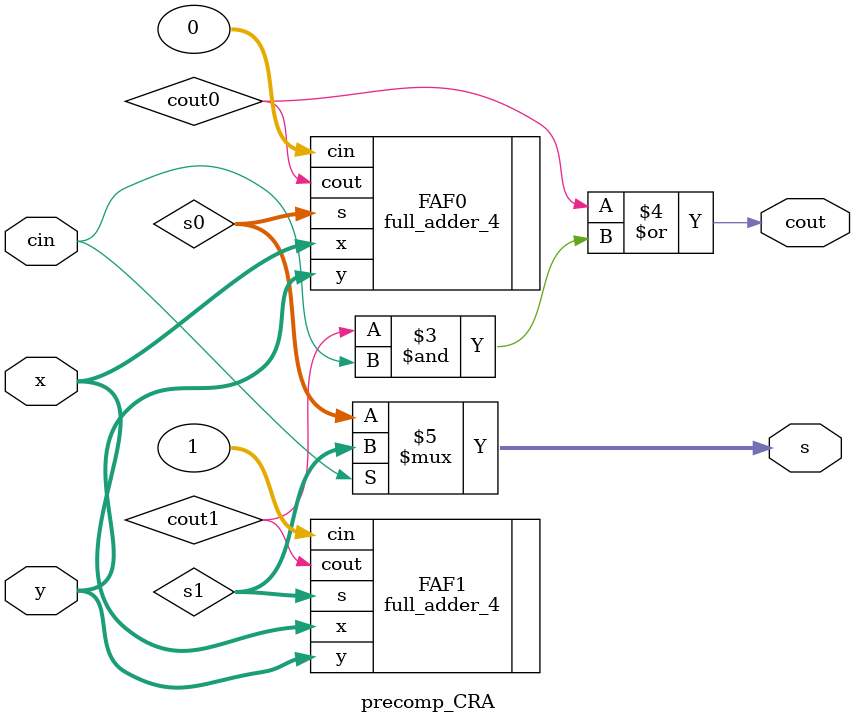
<source format=sv>

module precomp_CRA (
	input [3:0] x, y,
	input cin,
	output [3:0] s,
	output cout
	);
	
	logic cout0, cout1;
	logic [3:0] s0, s1;
	
	full_adder_4 FAF0( .cin (0), .x (x[3:0]), .y (y[3:0]), .s (s0[3:0]), .cout (cout0) );
	full_adder_4 FAF1( .cin (1), .x (x[3:0]), .y (y[3:0]), .s (s1[3:0]), .cout (cout1) );
	
	assign cout = cout0 | cout1 & cin;
	
	
	assign s = cin ? s1 : s0;
	
endmodule
</source>
